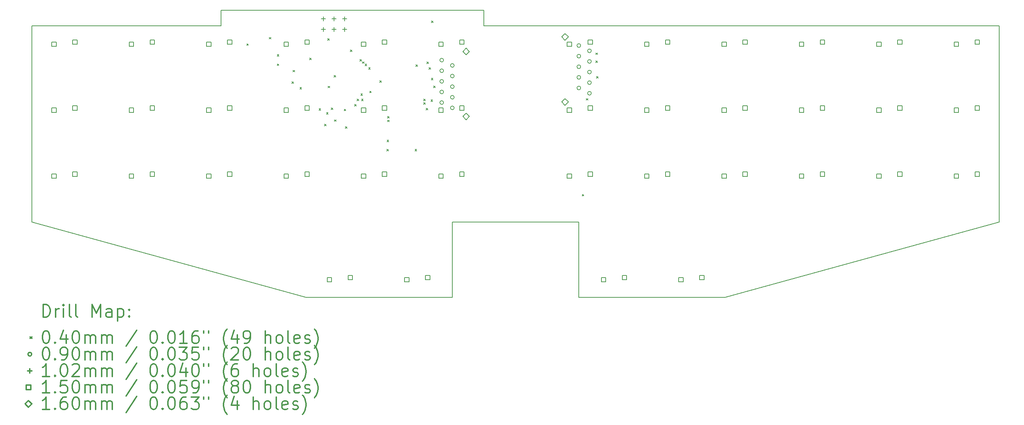
<source format=gbr>
%FSLAX45Y45*%
G04 Gerber Fmt 4.5, Leading zero omitted, Abs format (unit mm)*
G04 Created by KiCad (PCBNEW 4.0.1-stable) date Thursday, March 02, 2017 'PMt' 06:18:13 PM*
%MOMM*%
G01*
G04 APERTURE LIST*
%ADD10C,0.127000*%
%ADD11C,0.150000*%
%ADD12C,0.200000*%
%ADD13C,0.300000*%
G04 APERTURE END LIST*
D10*
D11*
X4520000Y200000D02*
X0Y200000D01*
X10800000Y570000D02*
X10800000Y200000D01*
X4520000Y570000D02*
X10800000Y570000D01*
X4520000Y200000D02*
X4520000Y570000D01*
X23120000Y-4500000D02*
X23120000Y200000D01*
X16570000Y-6300000D02*
X23120000Y-4500000D01*
X13070000Y-6300000D02*
X16570000Y-6300000D01*
X13070000Y-4500000D02*
X13070000Y-6300000D01*
X10800000Y-4500000D02*
X13070000Y-4500000D01*
X10050000Y-4500000D02*
X10800000Y-4500000D01*
X10050000Y-6300000D02*
X10050000Y-4500000D01*
X6550000Y-6300000D02*
X10050000Y-6300000D01*
X0Y-4500000D02*
X6550000Y-6300000D01*
X0Y200000D02*
X0Y-4500000D01*
X10800000Y200000D02*
X23120000Y200000D01*
D12*
X5134000Y-228000D02*
X5174000Y-268000D01*
X5174000Y-228000D02*
X5134000Y-268000D01*
X5669000Y-76000D02*
X5709000Y-116000D01*
X5709000Y-76000D02*
X5669000Y-116000D01*
X5860000Y-712001D02*
X5900000Y-752001D01*
X5900000Y-712001D02*
X5860000Y-752001D01*
X5862000Y-484000D02*
X5902000Y-524000D01*
X5902000Y-484000D02*
X5862000Y-524000D01*
X6214000Y-1141000D02*
X6254000Y-1181000D01*
X6254000Y-1141000D02*
X6214000Y-1181000D01*
X6236000Y-863000D02*
X6276000Y-903000D01*
X6276000Y-863000D02*
X6236000Y-903000D01*
X6403000Y-1272000D02*
X6443000Y-1312000D01*
X6443000Y-1272000D02*
X6403000Y-1312000D01*
X6635959Y-572127D02*
X6675959Y-612127D01*
X6675959Y-572127D02*
X6635959Y-612127D01*
X6860000Y-1785000D02*
X6900000Y-1825000D01*
X6900000Y-1785000D02*
X6860000Y-1825000D01*
X6990000Y-2152000D02*
X7030000Y-2192000D01*
X7030000Y-2152000D02*
X6990000Y-2192000D01*
X7038695Y-1875305D02*
X7078695Y-1915305D01*
X7078695Y-1875305D02*
X7038695Y-1915305D01*
X7067000Y-108000D02*
X7107000Y-148000D01*
X7107000Y-108000D02*
X7067000Y-148000D01*
X7077000Y-1244000D02*
X7117000Y-1284000D01*
X7117000Y-1244000D02*
X7077000Y-1284000D01*
X7155000Y-1763000D02*
X7195000Y-1803000D01*
X7195000Y-1763000D02*
X7155000Y-1803000D01*
X7221000Y-987000D02*
X7261000Y-1027000D01*
X7261000Y-987000D02*
X7221000Y-1027000D01*
X7229000Y-2050000D02*
X7269000Y-2090000D01*
X7269000Y-2050000D02*
X7229000Y-2090000D01*
X7461925Y-1794075D02*
X7501925Y-1834075D01*
X7501925Y-1794075D02*
X7461925Y-1834075D01*
X7490000Y-2215000D02*
X7530000Y-2255000D01*
X7530000Y-2215000D02*
X7490000Y-2255000D01*
X7607726Y-376000D02*
X7647726Y-416000D01*
X7647726Y-376000D02*
X7607726Y-416000D01*
X7710000Y-1678502D02*
X7750000Y-1718502D01*
X7750000Y-1678502D02*
X7710000Y-1718502D01*
X7770000Y-1553501D02*
X7810000Y-1593501D01*
X7810000Y-1553501D02*
X7770000Y-1593501D01*
X7837754Y-604117D02*
X7877754Y-644117D01*
X7877754Y-604117D02*
X7837754Y-644117D01*
X7860000Y-1425000D02*
X7900000Y-1465000D01*
X7900000Y-1425000D02*
X7860000Y-1465000D01*
X7875000Y-1553501D02*
X7915000Y-1593501D01*
X7915000Y-1553501D02*
X7875000Y-1593501D01*
X7895000Y-660000D02*
X7935000Y-700000D01*
X7935000Y-660000D02*
X7895000Y-700000D01*
X7960000Y-715000D02*
X8000000Y-755000D01*
X8000000Y-715000D02*
X7960000Y-755000D01*
X8046000Y-803000D02*
X8086000Y-843000D01*
X8086000Y-803000D02*
X8046000Y-843000D01*
X8070000Y-1362499D02*
X8110000Y-1402499D01*
X8110000Y-1362499D02*
X8070000Y-1402499D01*
X8310000Y-1112505D02*
X8350000Y-1152505D01*
X8350000Y-1112505D02*
X8310000Y-1152505D01*
X8480000Y-2755006D02*
X8520000Y-2795006D01*
X8520000Y-2755006D02*
X8480000Y-2795006D01*
X8485000Y-2535000D02*
X8525000Y-2575000D01*
X8525000Y-2535000D02*
X8485000Y-2575000D01*
X8500000Y-1970000D02*
X8540000Y-2010000D01*
X8540000Y-1970000D02*
X8500000Y-2010000D01*
X8500000Y-2057500D02*
X8540000Y-2097500D01*
X8540000Y-2057500D02*
X8500000Y-2097500D01*
X9155000Y-2755006D02*
X9195000Y-2795006D01*
X9195000Y-2755006D02*
X9155000Y-2795006D01*
X9175000Y-730000D02*
X9215000Y-770000D01*
X9215000Y-730000D02*
X9175000Y-770000D01*
X9360000Y-1553501D02*
X9400000Y-1593501D01*
X9400000Y-1553501D02*
X9360000Y-1593501D01*
X9365000Y-1640000D02*
X9405000Y-1680000D01*
X9405000Y-1640000D02*
X9365000Y-1680000D01*
X9421695Y-1771695D02*
X9461695Y-1811695D01*
X9461695Y-1771695D02*
X9421695Y-1811695D01*
X9440000Y-665000D02*
X9480000Y-705000D01*
X9480000Y-665000D02*
X9440000Y-705000D01*
X9488305Y-798305D02*
X9528305Y-838305D01*
X9528305Y-798305D02*
X9488305Y-838305D01*
X9535000Y-1570000D02*
X9575000Y-1610000D01*
X9575000Y-1570000D02*
X9535000Y-1610000D01*
X9545000Y-1055000D02*
X9585000Y-1095000D01*
X9585000Y-1055000D02*
X9545000Y-1095000D01*
X9546000Y320000D02*
X9586000Y280000D01*
X9586000Y320000D02*
X9546000Y280000D01*
X9600000Y-1240000D02*
X9640000Y-1280000D01*
X9640000Y-1240000D02*
X9600000Y-1280000D01*
X13150000Y-3835000D02*
X13190000Y-3875000D01*
X13190000Y-3835000D02*
X13150000Y-3875000D01*
X13250000Y-1540000D02*
X13290000Y-1580000D01*
X13290000Y-1540000D02*
X13250000Y-1580000D01*
X13475000Y-450000D02*
X13515000Y-490000D01*
X13515000Y-450000D02*
X13475000Y-490000D01*
X13478805Y-641195D02*
X13518805Y-681195D01*
X13518805Y-641195D02*
X13478805Y-681195D01*
X13495000Y-1015000D02*
X13535000Y-1055000D01*
X13535000Y-1015000D02*
X13495000Y-1055000D01*
X9838000Y-622000D02*
G75*
G03X9838000Y-622000I-45000J0D01*
G01*
X9838000Y-876000D02*
G75*
G03X9838000Y-876000I-45000J0D01*
G01*
X9838000Y-1130000D02*
G75*
G03X9838000Y-1130000I-45000J0D01*
G01*
X9838000Y-1384000D02*
G75*
G03X9838000Y-1384000I-45000J0D01*
G01*
X9838000Y-1638000D02*
G75*
G03X9838000Y-1638000I-45000J0D01*
G01*
X10092000Y-749000D02*
G75*
G03X10092000Y-749000I-45000J0D01*
G01*
X10092000Y-1003000D02*
G75*
G03X10092000Y-1003000I-45000J0D01*
G01*
X10092000Y-1257000D02*
G75*
G03X10092000Y-1257000I-45000J0D01*
G01*
X10092000Y-1511000D02*
G75*
G03X10092000Y-1511000I-45000J0D01*
G01*
X10092000Y-1765000D02*
G75*
G03X10092000Y-1765000I-45000J0D01*
G01*
X13116000Y-272000D02*
G75*
G03X13116000Y-272000I-45000J0D01*
G01*
X13116000Y-526000D02*
G75*
G03X13116000Y-526000I-45000J0D01*
G01*
X13116000Y-780000D02*
G75*
G03X13116000Y-780000I-45000J0D01*
G01*
X13116000Y-1034000D02*
G75*
G03X13116000Y-1034000I-45000J0D01*
G01*
X13116000Y-1288000D02*
G75*
G03X13116000Y-1288000I-45000J0D01*
G01*
X13370000Y-399000D02*
G75*
G03X13370000Y-399000I-45000J0D01*
G01*
X13370000Y-653000D02*
G75*
G03X13370000Y-653000I-45000J0D01*
G01*
X13370000Y-907000D02*
G75*
G03X13370000Y-907000I-45000J0D01*
G01*
X13370000Y-1161000D02*
G75*
G03X13370000Y-1161000I-45000J0D01*
G01*
X13370000Y-1415000D02*
G75*
G03X13370000Y-1415000I-45000J0D01*
G01*
X6964000Y421800D02*
X6964000Y320200D01*
X6913200Y371000D02*
X7014800Y371000D01*
X6964000Y167800D02*
X6964000Y66200D01*
X6913200Y117000D02*
X7014800Y117000D01*
X7218000Y421800D02*
X7218000Y320200D01*
X7167200Y371000D02*
X7268800Y371000D01*
X7218000Y167800D02*
X7218000Y66200D01*
X7167200Y117000D02*
X7268800Y117000D01*
X7472000Y421800D02*
X7472000Y320200D01*
X7421200Y371000D02*
X7522800Y371000D01*
X7472000Y167800D02*
X7472000Y66200D01*
X7421200Y117000D02*
X7522800Y117000D01*
X578034Y-293034D02*
X578034Y-186966D01*
X471966Y-186966D01*
X471966Y-293034D01*
X578034Y-293034D01*
X578034Y-1873033D02*
X578034Y-1766966D01*
X471966Y-1766966D01*
X471966Y-1873033D01*
X578034Y-1873033D01*
X578034Y-3453033D02*
X578034Y-3346966D01*
X471966Y-3346966D01*
X471966Y-3453033D01*
X578034Y-3453033D01*
X1078034Y-243033D02*
X1078034Y-136967D01*
X971966Y-136967D01*
X971966Y-243033D01*
X1078034Y-243033D01*
X1078034Y-1823033D02*
X1078034Y-1716966D01*
X971966Y-1716966D01*
X971966Y-1823033D01*
X1078034Y-1823033D01*
X1078034Y-3403033D02*
X1078034Y-3296966D01*
X971966Y-3296966D01*
X971966Y-3403033D01*
X1078034Y-3403033D01*
X2428034Y-293034D02*
X2428034Y-186966D01*
X2321967Y-186966D01*
X2321967Y-293034D01*
X2428034Y-293034D01*
X2428034Y-1873033D02*
X2428034Y-1766966D01*
X2321967Y-1766966D01*
X2321967Y-1873033D01*
X2428034Y-1873033D01*
X2428034Y-3453033D02*
X2428034Y-3346966D01*
X2321967Y-3346966D01*
X2321967Y-3453033D01*
X2428034Y-3453033D01*
X2928033Y-243033D02*
X2928033Y-136967D01*
X2821966Y-136967D01*
X2821966Y-243033D01*
X2928033Y-243033D01*
X2928033Y-1823033D02*
X2928033Y-1716966D01*
X2821966Y-1716966D01*
X2821966Y-1823033D01*
X2928033Y-1823033D01*
X2928033Y-3403033D02*
X2928033Y-3296966D01*
X2821966Y-3296966D01*
X2821966Y-3403033D01*
X2928033Y-3403033D01*
X4278034Y-293034D02*
X4278034Y-186966D01*
X4171966Y-186966D01*
X4171966Y-293034D01*
X4278034Y-293034D01*
X4278034Y-1873033D02*
X4278034Y-1766966D01*
X4171966Y-1766966D01*
X4171966Y-1873033D01*
X4278034Y-1873033D01*
X4278034Y-3453033D02*
X4278034Y-3346966D01*
X4171966Y-3346966D01*
X4171966Y-3453033D01*
X4278034Y-3453033D01*
X4778034Y-243033D02*
X4778034Y-136967D01*
X4671967Y-136967D01*
X4671967Y-243033D01*
X4778034Y-243033D01*
X4778034Y-1823033D02*
X4778034Y-1716966D01*
X4671967Y-1716966D01*
X4671967Y-1823033D01*
X4778034Y-1823033D01*
X4778034Y-3403033D02*
X4778034Y-3296966D01*
X4671967Y-3296966D01*
X4671967Y-3403033D01*
X4778034Y-3403033D01*
X6128033Y-293034D02*
X6128033Y-186966D01*
X6021966Y-186966D01*
X6021966Y-293034D01*
X6128033Y-293034D01*
X6128033Y-1873033D02*
X6128033Y-1766966D01*
X6021966Y-1766966D01*
X6021966Y-1873033D01*
X6128033Y-1873033D01*
X6128033Y-3453033D02*
X6128033Y-3346966D01*
X6021966Y-3346966D01*
X6021966Y-3453033D01*
X6128033Y-3453033D01*
X6628033Y-243033D02*
X6628033Y-136967D01*
X6521966Y-136967D01*
X6521966Y-243033D01*
X6628033Y-243033D01*
X6628033Y-1823033D02*
X6628033Y-1716966D01*
X6521966Y-1716966D01*
X6521966Y-1823033D01*
X6628033Y-1823033D01*
X6628033Y-3403033D02*
X6628033Y-3296966D01*
X6521966Y-3296966D01*
X6521966Y-3403033D01*
X6628033Y-3403033D01*
X7161366Y-5933033D02*
X7161366Y-5826966D01*
X7055299Y-5826966D01*
X7055299Y-5933033D01*
X7161366Y-5933033D01*
X7661366Y-5883033D02*
X7661366Y-5776966D01*
X7555299Y-5776966D01*
X7555299Y-5883033D01*
X7661366Y-5883033D01*
X7978033Y-293034D02*
X7978033Y-186966D01*
X7871966Y-186966D01*
X7871966Y-293034D01*
X7978033Y-293034D01*
X7978033Y-1873033D02*
X7978033Y-1766966D01*
X7871966Y-1766966D01*
X7871966Y-1873033D01*
X7978033Y-1873033D01*
X7978033Y-3453033D02*
X7978033Y-3346966D01*
X7871966Y-3346966D01*
X7871966Y-3453033D01*
X7978033Y-3453033D01*
X8478034Y-243033D02*
X8478034Y-136967D01*
X8371966Y-136967D01*
X8371966Y-243033D01*
X8478034Y-243033D01*
X8478034Y-1823033D02*
X8478034Y-1716966D01*
X8371966Y-1716966D01*
X8371966Y-1823033D01*
X8478034Y-1823033D01*
X8478034Y-3403033D02*
X8478034Y-3296966D01*
X8371966Y-3296966D01*
X8371966Y-3403033D01*
X8478034Y-3403033D01*
X9011367Y-5933033D02*
X9011367Y-5826966D01*
X8905300Y-5826966D01*
X8905300Y-5933033D01*
X9011367Y-5933033D01*
X9511367Y-5883033D02*
X9511367Y-5776966D01*
X9405300Y-5776966D01*
X9405300Y-5883033D01*
X9511367Y-5883033D01*
X9828034Y-293034D02*
X9828034Y-186966D01*
X9721967Y-186966D01*
X9721967Y-293034D01*
X9828034Y-293034D01*
X9828034Y-1873033D02*
X9828034Y-1766966D01*
X9721967Y-1766966D01*
X9721967Y-1873033D01*
X9828034Y-1873033D01*
X9828034Y-3453033D02*
X9828034Y-3346966D01*
X9721967Y-3346966D01*
X9721967Y-3453033D01*
X9828034Y-3453033D01*
X10328034Y-243033D02*
X10328034Y-136967D01*
X10221967Y-136967D01*
X10221967Y-243033D01*
X10328034Y-243033D01*
X10328034Y-1823033D02*
X10328034Y-1716966D01*
X10221967Y-1716966D01*
X10221967Y-1823033D01*
X10328034Y-1823033D01*
X10328034Y-3403033D02*
X10328034Y-3296966D01*
X10221967Y-3296966D01*
X10221967Y-3403033D01*
X10328034Y-3403033D01*
X12898033Y-293034D02*
X12898033Y-186966D01*
X12791966Y-186966D01*
X12791966Y-293034D01*
X12898033Y-293034D01*
X12898033Y-1873033D02*
X12898033Y-1766966D01*
X12791966Y-1766966D01*
X12791966Y-1873033D01*
X12898033Y-1873033D01*
X12898033Y-3453033D02*
X12898033Y-3346966D01*
X12791966Y-3346966D01*
X12791966Y-3453033D01*
X12898033Y-3453033D01*
X13398033Y-243033D02*
X13398033Y-136967D01*
X13291966Y-136967D01*
X13291966Y-243033D01*
X13398033Y-243033D01*
X13398033Y-1823033D02*
X13398033Y-1716966D01*
X13291966Y-1716966D01*
X13291966Y-1823033D01*
X13398033Y-1823033D01*
X13398033Y-3403033D02*
X13398033Y-3296966D01*
X13291966Y-3296966D01*
X13291966Y-3403033D01*
X13398033Y-3403033D01*
X13714700Y-5933033D02*
X13714700Y-5826966D01*
X13608633Y-5826966D01*
X13608633Y-5933033D01*
X13714700Y-5933033D01*
X14214700Y-5883033D02*
X14214700Y-5776966D01*
X14108633Y-5776966D01*
X14108633Y-5883033D01*
X14214700Y-5883033D01*
X14748033Y-293034D02*
X14748033Y-186966D01*
X14641966Y-186966D01*
X14641966Y-293034D01*
X14748033Y-293034D01*
X14748033Y-1873033D02*
X14748033Y-1766966D01*
X14641966Y-1766966D01*
X14641966Y-1873033D01*
X14748033Y-1873033D01*
X14748033Y-3453033D02*
X14748033Y-3346966D01*
X14641966Y-3346966D01*
X14641966Y-3453033D01*
X14748033Y-3453033D01*
X15248033Y-243033D02*
X15248033Y-136967D01*
X15141966Y-136967D01*
X15141966Y-243033D01*
X15248033Y-243033D01*
X15248033Y-1823033D02*
X15248033Y-1716966D01*
X15141966Y-1716966D01*
X15141966Y-1823033D01*
X15248033Y-1823033D01*
X15248033Y-3403033D02*
X15248033Y-3296966D01*
X15141966Y-3296966D01*
X15141966Y-3403033D01*
X15248033Y-3403033D01*
X15564700Y-5933033D02*
X15564700Y-5826966D01*
X15458633Y-5826966D01*
X15458633Y-5933033D01*
X15564700Y-5933033D01*
X16064700Y-5883033D02*
X16064700Y-5776966D01*
X15958633Y-5776966D01*
X15958633Y-5883033D01*
X16064700Y-5883033D01*
X16598033Y-293034D02*
X16598033Y-186966D01*
X16491966Y-186966D01*
X16491966Y-293034D01*
X16598033Y-293034D01*
X16598033Y-1873033D02*
X16598033Y-1766966D01*
X16491966Y-1766966D01*
X16491966Y-1873033D01*
X16598033Y-1873033D01*
X16598033Y-3453033D02*
X16598033Y-3346966D01*
X16491966Y-3346966D01*
X16491966Y-3453033D01*
X16598033Y-3453033D01*
X17098034Y-243033D02*
X17098034Y-136967D01*
X16991967Y-136967D01*
X16991967Y-243033D01*
X17098034Y-243033D01*
X17098034Y-1823033D02*
X17098034Y-1716966D01*
X16991967Y-1716966D01*
X16991967Y-1823033D01*
X17098034Y-1823033D01*
X17098034Y-3403033D02*
X17098034Y-3296966D01*
X16991967Y-3296966D01*
X16991967Y-3403033D01*
X17098034Y-3403033D01*
X18448034Y-293034D02*
X18448034Y-186966D01*
X18341967Y-186966D01*
X18341967Y-293034D01*
X18448034Y-293034D01*
X18448034Y-1873033D02*
X18448034Y-1766966D01*
X18341967Y-1766966D01*
X18341967Y-1873033D01*
X18448034Y-1873033D01*
X18448034Y-3453033D02*
X18448034Y-3346966D01*
X18341967Y-3346966D01*
X18341967Y-3453033D01*
X18448034Y-3453033D01*
X18948034Y-243033D02*
X18948034Y-136967D01*
X18841967Y-136967D01*
X18841967Y-243033D01*
X18948034Y-243033D01*
X18948034Y-1823033D02*
X18948034Y-1716966D01*
X18841967Y-1716966D01*
X18841967Y-1823033D01*
X18948034Y-1823033D01*
X18948034Y-3403033D02*
X18948034Y-3296966D01*
X18841967Y-3296966D01*
X18841967Y-3403033D01*
X18948034Y-3403033D01*
X20298034Y-293034D02*
X20298034Y-186966D01*
X20191967Y-186966D01*
X20191967Y-293034D01*
X20298034Y-293034D01*
X20298034Y-1873033D02*
X20298034Y-1766966D01*
X20191967Y-1766966D01*
X20191967Y-1873033D01*
X20298034Y-1873033D01*
X20298034Y-3453033D02*
X20298034Y-3346966D01*
X20191967Y-3346966D01*
X20191967Y-3453033D01*
X20298034Y-3453033D01*
X20798034Y-243033D02*
X20798034Y-136967D01*
X20691967Y-136967D01*
X20691967Y-243033D01*
X20798034Y-243033D01*
X20798034Y-1823033D02*
X20798034Y-1716966D01*
X20691967Y-1716966D01*
X20691967Y-1823033D01*
X20798034Y-1823033D01*
X20798034Y-3403033D02*
X20798034Y-3296966D01*
X20691967Y-3296966D01*
X20691967Y-3403033D01*
X20798034Y-3403033D01*
X22148034Y-293034D02*
X22148034Y-186966D01*
X22041967Y-186966D01*
X22041967Y-293034D01*
X22148034Y-293034D01*
X22148034Y-1873033D02*
X22148034Y-1766966D01*
X22041967Y-1766966D01*
X22041967Y-1873033D01*
X22148034Y-1873033D01*
X22148034Y-3453033D02*
X22148034Y-3346966D01*
X22041967Y-3346966D01*
X22041967Y-3453033D01*
X22148034Y-3453033D01*
X22648033Y-243033D02*
X22648033Y-136967D01*
X22541966Y-136967D01*
X22541966Y-243033D01*
X22648033Y-243033D01*
X22648033Y-1823033D02*
X22648033Y-1716966D01*
X22541966Y-1716966D01*
X22541966Y-1823033D01*
X22648033Y-1823033D01*
X22648033Y-3403033D02*
X22648033Y-3296966D01*
X22541966Y-3296966D01*
X22541966Y-3403033D01*
X22648033Y-3403033D01*
X10377000Y-496000D02*
X10457000Y-416000D01*
X10377000Y-336000D01*
X10297000Y-416000D01*
X10377000Y-496000D01*
X10377000Y-2051000D02*
X10457000Y-1971000D01*
X10377000Y-1891000D01*
X10297000Y-1971000D01*
X10377000Y-2051000D01*
X12741000Y-146000D02*
X12821000Y-66000D01*
X12741000Y14000D01*
X12661000Y-66000D01*
X12741000Y-146000D01*
X12741000Y-1701000D02*
X12821000Y-1621000D01*
X12741000Y-1541000D01*
X12661000Y-1621000D01*
X12741000Y-1701000D01*
D13*
X263929Y-6773214D02*
X263929Y-6473214D01*
X335357Y-6473214D01*
X378214Y-6487500D01*
X406786Y-6516071D01*
X421071Y-6544643D01*
X435357Y-6601786D01*
X435357Y-6644643D01*
X421071Y-6701786D01*
X406786Y-6730357D01*
X378214Y-6758929D01*
X335357Y-6773214D01*
X263929Y-6773214D01*
X563929Y-6773214D02*
X563929Y-6573214D01*
X563929Y-6630357D02*
X578214Y-6601786D01*
X592500Y-6587500D01*
X621071Y-6573214D01*
X649643Y-6573214D01*
X749643Y-6773214D02*
X749643Y-6573214D01*
X749643Y-6473214D02*
X735357Y-6487500D01*
X749643Y-6501786D01*
X763928Y-6487500D01*
X749643Y-6473214D01*
X749643Y-6501786D01*
X935357Y-6773214D02*
X906786Y-6758929D01*
X892500Y-6730357D01*
X892500Y-6473214D01*
X1092500Y-6773214D02*
X1063929Y-6758929D01*
X1049643Y-6730357D01*
X1049643Y-6473214D01*
X1435357Y-6773214D02*
X1435357Y-6473214D01*
X1535357Y-6687500D01*
X1635357Y-6473214D01*
X1635357Y-6773214D01*
X1906786Y-6773214D02*
X1906786Y-6616071D01*
X1892500Y-6587500D01*
X1863928Y-6573214D01*
X1806786Y-6573214D01*
X1778214Y-6587500D01*
X1906786Y-6758929D02*
X1878214Y-6773214D01*
X1806786Y-6773214D01*
X1778214Y-6758929D01*
X1763928Y-6730357D01*
X1763928Y-6701786D01*
X1778214Y-6673214D01*
X1806786Y-6658929D01*
X1878214Y-6658929D01*
X1906786Y-6644643D01*
X2049643Y-6573214D02*
X2049643Y-6873214D01*
X2049643Y-6587500D02*
X2078214Y-6573214D01*
X2135357Y-6573214D01*
X2163929Y-6587500D01*
X2178214Y-6601786D01*
X2192500Y-6630357D01*
X2192500Y-6716071D01*
X2178214Y-6744643D01*
X2163929Y-6758929D01*
X2135357Y-6773214D01*
X2078214Y-6773214D01*
X2049643Y-6758929D01*
X2321071Y-6744643D02*
X2335357Y-6758929D01*
X2321071Y-6773214D01*
X2306786Y-6758929D01*
X2321071Y-6744643D01*
X2321071Y-6773214D01*
X2321071Y-6587500D02*
X2335357Y-6601786D01*
X2321071Y-6616071D01*
X2306786Y-6601786D01*
X2321071Y-6587500D01*
X2321071Y-6616071D01*
X-47500Y-7247500D02*
X-7500Y-7287500D01*
X-7500Y-7247500D02*
X-47500Y-7287500D01*
X321071Y-7103214D02*
X349643Y-7103214D01*
X378214Y-7117500D01*
X392500Y-7131786D01*
X406786Y-7160357D01*
X421071Y-7217500D01*
X421071Y-7288929D01*
X406786Y-7346071D01*
X392500Y-7374643D01*
X378214Y-7388929D01*
X349643Y-7403214D01*
X321071Y-7403214D01*
X292500Y-7388929D01*
X278214Y-7374643D01*
X263929Y-7346071D01*
X249643Y-7288929D01*
X249643Y-7217500D01*
X263929Y-7160357D01*
X278214Y-7131786D01*
X292500Y-7117500D01*
X321071Y-7103214D01*
X549643Y-7374643D02*
X563929Y-7388929D01*
X549643Y-7403214D01*
X535357Y-7388929D01*
X549643Y-7374643D01*
X549643Y-7403214D01*
X821071Y-7203214D02*
X821071Y-7403214D01*
X749643Y-7088929D02*
X678214Y-7303214D01*
X863928Y-7303214D01*
X1035357Y-7103214D02*
X1063929Y-7103214D01*
X1092500Y-7117500D01*
X1106786Y-7131786D01*
X1121071Y-7160357D01*
X1135357Y-7217500D01*
X1135357Y-7288929D01*
X1121071Y-7346071D01*
X1106786Y-7374643D01*
X1092500Y-7388929D01*
X1063929Y-7403214D01*
X1035357Y-7403214D01*
X1006786Y-7388929D01*
X992500Y-7374643D01*
X978214Y-7346071D01*
X963928Y-7288929D01*
X963928Y-7217500D01*
X978214Y-7160357D01*
X992500Y-7131786D01*
X1006786Y-7117500D01*
X1035357Y-7103214D01*
X1263929Y-7403214D02*
X1263929Y-7203214D01*
X1263929Y-7231786D02*
X1278214Y-7217500D01*
X1306786Y-7203214D01*
X1349643Y-7203214D01*
X1378214Y-7217500D01*
X1392500Y-7246071D01*
X1392500Y-7403214D01*
X1392500Y-7246071D02*
X1406786Y-7217500D01*
X1435357Y-7203214D01*
X1478214Y-7203214D01*
X1506786Y-7217500D01*
X1521071Y-7246071D01*
X1521071Y-7403214D01*
X1663928Y-7403214D02*
X1663928Y-7203214D01*
X1663928Y-7231786D02*
X1678214Y-7217500D01*
X1706786Y-7203214D01*
X1749643Y-7203214D01*
X1778214Y-7217500D01*
X1792500Y-7246071D01*
X1792500Y-7403214D01*
X1792500Y-7246071D02*
X1806786Y-7217500D01*
X1835357Y-7203214D01*
X1878214Y-7203214D01*
X1906786Y-7217500D01*
X1921071Y-7246071D01*
X1921071Y-7403214D01*
X2506786Y-7088929D02*
X2249643Y-7474643D01*
X2892500Y-7103214D02*
X2921071Y-7103214D01*
X2949643Y-7117500D01*
X2963928Y-7131786D01*
X2978214Y-7160357D01*
X2992500Y-7217500D01*
X2992500Y-7288929D01*
X2978214Y-7346071D01*
X2963928Y-7374643D01*
X2949643Y-7388929D01*
X2921071Y-7403214D01*
X2892500Y-7403214D01*
X2863928Y-7388929D01*
X2849643Y-7374643D01*
X2835357Y-7346071D01*
X2821071Y-7288929D01*
X2821071Y-7217500D01*
X2835357Y-7160357D01*
X2849643Y-7131786D01*
X2863928Y-7117500D01*
X2892500Y-7103214D01*
X3121071Y-7374643D02*
X3135357Y-7388929D01*
X3121071Y-7403214D01*
X3106786Y-7388929D01*
X3121071Y-7374643D01*
X3121071Y-7403214D01*
X3321071Y-7103214D02*
X3349643Y-7103214D01*
X3378214Y-7117500D01*
X3392500Y-7131786D01*
X3406785Y-7160357D01*
X3421071Y-7217500D01*
X3421071Y-7288929D01*
X3406785Y-7346071D01*
X3392500Y-7374643D01*
X3378214Y-7388929D01*
X3349643Y-7403214D01*
X3321071Y-7403214D01*
X3292500Y-7388929D01*
X3278214Y-7374643D01*
X3263928Y-7346071D01*
X3249643Y-7288929D01*
X3249643Y-7217500D01*
X3263928Y-7160357D01*
X3278214Y-7131786D01*
X3292500Y-7117500D01*
X3321071Y-7103214D01*
X3706785Y-7403214D02*
X3535357Y-7403214D01*
X3621071Y-7403214D02*
X3621071Y-7103214D01*
X3592500Y-7146071D01*
X3563928Y-7174643D01*
X3535357Y-7188929D01*
X3963928Y-7103214D02*
X3906785Y-7103214D01*
X3878214Y-7117500D01*
X3863928Y-7131786D01*
X3835357Y-7174643D01*
X3821071Y-7231786D01*
X3821071Y-7346071D01*
X3835357Y-7374643D01*
X3849643Y-7388929D01*
X3878214Y-7403214D01*
X3935357Y-7403214D01*
X3963928Y-7388929D01*
X3978214Y-7374643D01*
X3992500Y-7346071D01*
X3992500Y-7274643D01*
X3978214Y-7246071D01*
X3963928Y-7231786D01*
X3935357Y-7217500D01*
X3878214Y-7217500D01*
X3849643Y-7231786D01*
X3835357Y-7246071D01*
X3821071Y-7274643D01*
X4106786Y-7103214D02*
X4106786Y-7160357D01*
X4221071Y-7103214D02*
X4221071Y-7160357D01*
X4663928Y-7517500D02*
X4649643Y-7503214D01*
X4621071Y-7460357D01*
X4606786Y-7431786D01*
X4592500Y-7388929D01*
X4578214Y-7317500D01*
X4578214Y-7260357D01*
X4592500Y-7188929D01*
X4606786Y-7146071D01*
X4621071Y-7117500D01*
X4649643Y-7074643D01*
X4663928Y-7060357D01*
X4906786Y-7203214D02*
X4906786Y-7403214D01*
X4835357Y-7088929D02*
X4763928Y-7303214D01*
X4949643Y-7303214D01*
X5078214Y-7403214D02*
X5135357Y-7403214D01*
X5163928Y-7388929D01*
X5178214Y-7374643D01*
X5206786Y-7331786D01*
X5221071Y-7274643D01*
X5221071Y-7160357D01*
X5206786Y-7131786D01*
X5192500Y-7117500D01*
X5163928Y-7103214D01*
X5106786Y-7103214D01*
X5078214Y-7117500D01*
X5063928Y-7131786D01*
X5049643Y-7160357D01*
X5049643Y-7231786D01*
X5063928Y-7260357D01*
X5078214Y-7274643D01*
X5106786Y-7288929D01*
X5163928Y-7288929D01*
X5192500Y-7274643D01*
X5206786Y-7260357D01*
X5221071Y-7231786D01*
X5578214Y-7403214D02*
X5578214Y-7103214D01*
X5706785Y-7403214D02*
X5706785Y-7246071D01*
X5692500Y-7217500D01*
X5663928Y-7203214D01*
X5621071Y-7203214D01*
X5592500Y-7217500D01*
X5578214Y-7231786D01*
X5892500Y-7403214D02*
X5863928Y-7388929D01*
X5849643Y-7374643D01*
X5835357Y-7346071D01*
X5835357Y-7260357D01*
X5849643Y-7231786D01*
X5863928Y-7217500D01*
X5892500Y-7203214D01*
X5935357Y-7203214D01*
X5963928Y-7217500D01*
X5978214Y-7231786D01*
X5992500Y-7260357D01*
X5992500Y-7346071D01*
X5978214Y-7374643D01*
X5963928Y-7388929D01*
X5935357Y-7403214D01*
X5892500Y-7403214D01*
X6163928Y-7403214D02*
X6135357Y-7388929D01*
X6121071Y-7360357D01*
X6121071Y-7103214D01*
X6392500Y-7388929D02*
X6363928Y-7403214D01*
X6306786Y-7403214D01*
X6278214Y-7388929D01*
X6263928Y-7360357D01*
X6263928Y-7246071D01*
X6278214Y-7217500D01*
X6306786Y-7203214D01*
X6363928Y-7203214D01*
X6392500Y-7217500D01*
X6406786Y-7246071D01*
X6406786Y-7274643D01*
X6263928Y-7303214D01*
X6521071Y-7388929D02*
X6549643Y-7403214D01*
X6606786Y-7403214D01*
X6635357Y-7388929D01*
X6649643Y-7360357D01*
X6649643Y-7346071D01*
X6635357Y-7317500D01*
X6606786Y-7303214D01*
X6563928Y-7303214D01*
X6535357Y-7288929D01*
X6521071Y-7260357D01*
X6521071Y-7246071D01*
X6535357Y-7217500D01*
X6563928Y-7203214D01*
X6606786Y-7203214D01*
X6635357Y-7217500D01*
X6749643Y-7517500D02*
X6763928Y-7503214D01*
X6792500Y-7460357D01*
X6806786Y-7431786D01*
X6821071Y-7388929D01*
X6835357Y-7317500D01*
X6835357Y-7260357D01*
X6821071Y-7188929D01*
X6806786Y-7146071D01*
X6792500Y-7117500D01*
X6763928Y-7074643D01*
X6749643Y-7060357D01*
X-7500Y-7663500D02*
G75*
G03X-7500Y-7663500I-45000J0D01*
G01*
X321071Y-7499214D02*
X349643Y-7499214D01*
X378214Y-7513500D01*
X392500Y-7527786D01*
X406786Y-7556357D01*
X421071Y-7613500D01*
X421071Y-7684929D01*
X406786Y-7742071D01*
X392500Y-7770643D01*
X378214Y-7784929D01*
X349643Y-7799214D01*
X321071Y-7799214D01*
X292500Y-7784929D01*
X278214Y-7770643D01*
X263929Y-7742071D01*
X249643Y-7684929D01*
X249643Y-7613500D01*
X263929Y-7556357D01*
X278214Y-7527786D01*
X292500Y-7513500D01*
X321071Y-7499214D01*
X549643Y-7770643D02*
X563929Y-7784929D01*
X549643Y-7799214D01*
X535357Y-7784929D01*
X549643Y-7770643D01*
X549643Y-7799214D01*
X706786Y-7799214D02*
X763928Y-7799214D01*
X792500Y-7784929D01*
X806786Y-7770643D01*
X835357Y-7727786D01*
X849643Y-7670643D01*
X849643Y-7556357D01*
X835357Y-7527786D01*
X821071Y-7513500D01*
X792500Y-7499214D01*
X735357Y-7499214D01*
X706786Y-7513500D01*
X692500Y-7527786D01*
X678214Y-7556357D01*
X678214Y-7627786D01*
X692500Y-7656357D01*
X706786Y-7670643D01*
X735357Y-7684929D01*
X792500Y-7684929D01*
X821071Y-7670643D01*
X835357Y-7656357D01*
X849643Y-7627786D01*
X1035357Y-7499214D02*
X1063929Y-7499214D01*
X1092500Y-7513500D01*
X1106786Y-7527786D01*
X1121071Y-7556357D01*
X1135357Y-7613500D01*
X1135357Y-7684929D01*
X1121071Y-7742071D01*
X1106786Y-7770643D01*
X1092500Y-7784929D01*
X1063929Y-7799214D01*
X1035357Y-7799214D01*
X1006786Y-7784929D01*
X992500Y-7770643D01*
X978214Y-7742071D01*
X963928Y-7684929D01*
X963928Y-7613500D01*
X978214Y-7556357D01*
X992500Y-7527786D01*
X1006786Y-7513500D01*
X1035357Y-7499214D01*
X1263929Y-7799214D02*
X1263929Y-7599214D01*
X1263929Y-7627786D02*
X1278214Y-7613500D01*
X1306786Y-7599214D01*
X1349643Y-7599214D01*
X1378214Y-7613500D01*
X1392500Y-7642071D01*
X1392500Y-7799214D01*
X1392500Y-7642071D02*
X1406786Y-7613500D01*
X1435357Y-7599214D01*
X1478214Y-7599214D01*
X1506786Y-7613500D01*
X1521071Y-7642071D01*
X1521071Y-7799214D01*
X1663928Y-7799214D02*
X1663928Y-7599214D01*
X1663928Y-7627786D02*
X1678214Y-7613500D01*
X1706786Y-7599214D01*
X1749643Y-7599214D01*
X1778214Y-7613500D01*
X1792500Y-7642071D01*
X1792500Y-7799214D01*
X1792500Y-7642071D02*
X1806786Y-7613500D01*
X1835357Y-7599214D01*
X1878214Y-7599214D01*
X1906786Y-7613500D01*
X1921071Y-7642071D01*
X1921071Y-7799214D01*
X2506786Y-7484929D02*
X2249643Y-7870643D01*
X2892500Y-7499214D02*
X2921071Y-7499214D01*
X2949643Y-7513500D01*
X2963928Y-7527786D01*
X2978214Y-7556357D01*
X2992500Y-7613500D01*
X2992500Y-7684929D01*
X2978214Y-7742071D01*
X2963928Y-7770643D01*
X2949643Y-7784929D01*
X2921071Y-7799214D01*
X2892500Y-7799214D01*
X2863928Y-7784929D01*
X2849643Y-7770643D01*
X2835357Y-7742071D01*
X2821071Y-7684929D01*
X2821071Y-7613500D01*
X2835357Y-7556357D01*
X2849643Y-7527786D01*
X2863928Y-7513500D01*
X2892500Y-7499214D01*
X3121071Y-7770643D02*
X3135357Y-7784929D01*
X3121071Y-7799214D01*
X3106786Y-7784929D01*
X3121071Y-7770643D01*
X3121071Y-7799214D01*
X3321071Y-7499214D02*
X3349643Y-7499214D01*
X3378214Y-7513500D01*
X3392500Y-7527786D01*
X3406785Y-7556357D01*
X3421071Y-7613500D01*
X3421071Y-7684929D01*
X3406785Y-7742071D01*
X3392500Y-7770643D01*
X3378214Y-7784929D01*
X3349643Y-7799214D01*
X3321071Y-7799214D01*
X3292500Y-7784929D01*
X3278214Y-7770643D01*
X3263928Y-7742071D01*
X3249643Y-7684929D01*
X3249643Y-7613500D01*
X3263928Y-7556357D01*
X3278214Y-7527786D01*
X3292500Y-7513500D01*
X3321071Y-7499214D01*
X3521071Y-7499214D02*
X3706785Y-7499214D01*
X3606785Y-7613500D01*
X3649643Y-7613500D01*
X3678214Y-7627786D01*
X3692500Y-7642071D01*
X3706785Y-7670643D01*
X3706785Y-7742071D01*
X3692500Y-7770643D01*
X3678214Y-7784929D01*
X3649643Y-7799214D01*
X3563928Y-7799214D01*
X3535357Y-7784929D01*
X3521071Y-7770643D01*
X3978214Y-7499214D02*
X3835357Y-7499214D01*
X3821071Y-7642071D01*
X3835357Y-7627786D01*
X3863928Y-7613500D01*
X3935357Y-7613500D01*
X3963928Y-7627786D01*
X3978214Y-7642071D01*
X3992500Y-7670643D01*
X3992500Y-7742071D01*
X3978214Y-7770643D01*
X3963928Y-7784929D01*
X3935357Y-7799214D01*
X3863928Y-7799214D01*
X3835357Y-7784929D01*
X3821071Y-7770643D01*
X4106786Y-7499214D02*
X4106786Y-7556357D01*
X4221071Y-7499214D02*
X4221071Y-7556357D01*
X4663928Y-7913500D02*
X4649643Y-7899214D01*
X4621071Y-7856357D01*
X4606786Y-7827786D01*
X4592500Y-7784929D01*
X4578214Y-7713500D01*
X4578214Y-7656357D01*
X4592500Y-7584929D01*
X4606786Y-7542071D01*
X4621071Y-7513500D01*
X4649643Y-7470643D01*
X4663928Y-7456357D01*
X4763928Y-7527786D02*
X4778214Y-7513500D01*
X4806786Y-7499214D01*
X4878214Y-7499214D01*
X4906786Y-7513500D01*
X4921071Y-7527786D01*
X4935357Y-7556357D01*
X4935357Y-7584929D01*
X4921071Y-7627786D01*
X4749643Y-7799214D01*
X4935357Y-7799214D01*
X5121071Y-7499214D02*
X5149643Y-7499214D01*
X5178214Y-7513500D01*
X5192500Y-7527786D01*
X5206786Y-7556357D01*
X5221071Y-7613500D01*
X5221071Y-7684929D01*
X5206786Y-7742071D01*
X5192500Y-7770643D01*
X5178214Y-7784929D01*
X5149643Y-7799214D01*
X5121071Y-7799214D01*
X5092500Y-7784929D01*
X5078214Y-7770643D01*
X5063928Y-7742071D01*
X5049643Y-7684929D01*
X5049643Y-7613500D01*
X5063928Y-7556357D01*
X5078214Y-7527786D01*
X5092500Y-7513500D01*
X5121071Y-7499214D01*
X5578214Y-7799214D02*
X5578214Y-7499214D01*
X5706785Y-7799214D02*
X5706785Y-7642071D01*
X5692500Y-7613500D01*
X5663928Y-7599214D01*
X5621071Y-7599214D01*
X5592500Y-7613500D01*
X5578214Y-7627786D01*
X5892500Y-7799214D02*
X5863928Y-7784929D01*
X5849643Y-7770643D01*
X5835357Y-7742071D01*
X5835357Y-7656357D01*
X5849643Y-7627786D01*
X5863928Y-7613500D01*
X5892500Y-7599214D01*
X5935357Y-7599214D01*
X5963928Y-7613500D01*
X5978214Y-7627786D01*
X5992500Y-7656357D01*
X5992500Y-7742071D01*
X5978214Y-7770643D01*
X5963928Y-7784929D01*
X5935357Y-7799214D01*
X5892500Y-7799214D01*
X6163928Y-7799214D02*
X6135357Y-7784929D01*
X6121071Y-7756357D01*
X6121071Y-7499214D01*
X6392500Y-7784929D02*
X6363928Y-7799214D01*
X6306786Y-7799214D01*
X6278214Y-7784929D01*
X6263928Y-7756357D01*
X6263928Y-7642071D01*
X6278214Y-7613500D01*
X6306786Y-7599214D01*
X6363928Y-7599214D01*
X6392500Y-7613500D01*
X6406786Y-7642071D01*
X6406786Y-7670643D01*
X6263928Y-7699214D01*
X6521071Y-7784929D02*
X6549643Y-7799214D01*
X6606786Y-7799214D01*
X6635357Y-7784929D01*
X6649643Y-7756357D01*
X6649643Y-7742071D01*
X6635357Y-7713500D01*
X6606786Y-7699214D01*
X6563928Y-7699214D01*
X6535357Y-7684929D01*
X6521071Y-7656357D01*
X6521071Y-7642071D01*
X6535357Y-7613500D01*
X6563928Y-7599214D01*
X6606786Y-7599214D01*
X6635357Y-7613500D01*
X6749643Y-7913500D02*
X6763928Y-7899214D01*
X6792500Y-7856357D01*
X6806786Y-7827786D01*
X6821071Y-7784929D01*
X6835357Y-7713500D01*
X6835357Y-7656357D01*
X6821071Y-7584929D01*
X6806786Y-7542071D01*
X6792500Y-7513500D01*
X6763928Y-7470643D01*
X6749643Y-7456357D01*
X-58300Y-8008700D02*
X-58300Y-8110300D01*
X-109100Y-8059500D02*
X-7500Y-8059500D01*
X421071Y-8195214D02*
X249643Y-8195214D01*
X335357Y-8195214D02*
X335357Y-7895214D01*
X306786Y-7938071D01*
X278214Y-7966643D01*
X249643Y-7980929D01*
X549643Y-8166643D02*
X563929Y-8180929D01*
X549643Y-8195214D01*
X535357Y-8180929D01*
X549643Y-8166643D01*
X549643Y-8195214D01*
X749643Y-7895214D02*
X778214Y-7895214D01*
X806786Y-7909500D01*
X821071Y-7923786D01*
X835357Y-7952357D01*
X849643Y-8009500D01*
X849643Y-8080929D01*
X835357Y-8138071D01*
X821071Y-8166643D01*
X806786Y-8180929D01*
X778214Y-8195214D01*
X749643Y-8195214D01*
X721071Y-8180929D01*
X706786Y-8166643D01*
X692500Y-8138071D01*
X678214Y-8080929D01*
X678214Y-8009500D01*
X692500Y-7952357D01*
X706786Y-7923786D01*
X721071Y-7909500D01*
X749643Y-7895214D01*
X963928Y-7923786D02*
X978214Y-7909500D01*
X1006786Y-7895214D01*
X1078214Y-7895214D01*
X1106786Y-7909500D01*
X1121071Y-7923786D01*
X1135357Y-7952357D01*
X1135357Y-7980929D01*
X1121071Y-8023786D01*
X949643Y-8195214D01*
X1135357Y-8195214D01*
X1263929Y-8195214D02*
X1263929Y-7995214D01*
X1263929Y-8023786D02*
X1278214Y-8009500D01*
X1306786Y-7995214D01*
X1349643Y-7995214D01*
X1378214Y-8009500D01*
X1392500Y-8038071D01*
X1392500Y-8195214D01*
X1392500Y-8038071D02*
X1406786Y-8009500D01*
X1435357Y-7995214D01*
X1478214Y-7995214D01*
X1506786Y-8009500D01*
X1521071Y-8038071D01*
X1521071Y-8195214D01*
X1663928Y-8195214D02*
X1663928Y-7995214D01*
X1663928Y-8023786D02*
X1678214Y-8009500D01*
X1706786Y-7995214D01*
X1749643Y-7995214D01*
X1778214Y-8009500D01*
X1792500Y-8038071D01*
X1792500Y-8195214D01*
X1792500Y-8038071D02*
X1806786Y-8009500D01*
X1835357Y-7995214D01*
X1878214Y-7995214D01*
X1906786Y-8009500D01*
X1921071Y-8038071D01*
X1921071Y-8195214D01*
X2506786Y-7880929D02*
X2249643Y-8266643D01*
X2892500Y-7895214D02*
X2921071Y-7895214D01*
X2949643Y-7909500D01*
X2963928Y-7923786D01*
X2978214Y-7952357D01*
X2992500Y-8009500D01*
X2992500Y-8080929D01*
X2978214Y-8138071D01*
X2963928Y-8166643D01*
X2949643Y-8180929D01*
X2921071Y-8195214D01*
X2892500Y-8195214D01*
X2863928Y-8180929D01*
X2849643Y-8166643D01*
X2835357Y-8138071D01*
X2821071Y-8080929D01*
X2821071Y-8009500D01*
X2835357Y-7952357D01*
X2849643Y-7923786D01*
X2863928Y-7909500D01*
X2892500Y-7895214D01*
X3121071Y-8166643D02*
X3135357Y-8180929D01*
X3121071Y-8195214D01*
X3106786Y-8180929D01*
X3121071Y-8166643D01*
X3121071Y-8195214D01*
X3321071Y-7895214D02*
X3349643Y-7895214D01*
X3378214Y-7909500D01*
X3392500Y-7923786D01*
X3406785Y-7952357D01*
X3421071Y-8009500D01*
X3421071Y-8080929D01*
X3406785Y-8138071D01*
X3392500Y-8166643D01*
X3378214Y-8180929D01*
X3349643Y-8195214D01*
X3321071Y-8195214D01*
X3292500Y-8180929D01*
X3278214Y-8166643D01*
X3263928Y-8138071D01*
X3249643Y-8080929D01*
X3249643Y-8009500D01*
X3263928Y-7952357D01*
X3278214Y-7923786D01*
X3292500Y-7909500D01*
X3321071Y-7895214D01*
X3678214Y-7995214D02*
X3678214Y-8195214D01*
X3606785Y-7880929D02*
X3535357Y-8095214D01*
X3721071Y-8095214D01*
X3892500Y-7895214D02*
X3921071Y-7895214D01*
X3949643Y-7909500D01*
X3963928Y-7923786D01*
X3978214Y-7952357D01*
X3992500Y-8009500D01*
X3992500Y-8080929D01*
X3978214Y-8138071D01*
X3963928Y-8166643D01*
X3949643Y-8180929D01*
X3921071Y-8195214D01*
X3892500Y-8195214D01*
X3863928Y-8180929D01*
X3849643Y-8166643D01*
X3835357Y-8138071D01*
X3821071Y-8080929D01*
X3821071Y-8009500D01*
X3835357Y-7952357D01*
X3849643Y-7923786D01*
X3863928Y-7909500D01*
X3892500Y-7895214D01*
X4106786Y-7895214D02*
X4106786Y-7952357D01*
X4221071Y-7895214D02*
X4221071Y-7952357D01*
X4663928Y-8309500D02*
X4649643Y-8295214D01*
X4621071Y-8252357D01*
X4606786Y-8223786D01*
X4592500Y-8180929D01*
X4578214Y-8109500D01*
X4578214Y-8052357D01*
X4592500Y-7980929D01*
X4606786Y-7938071D01*
X4621071Y-7909500D01*
X4649643Y-7866643D01*
X4663928Y-7852357D01*
X4906786Y-7895214D02*
X4849643Y-7895214D01*
X4821071Y-7909500D01*
X4806786Y-7923786D01*
X4778214Y-7966643D01*
X4763928Y-8023786D01*
X4763928Y-8138071D01*
X4778214Y-8166643D01*
X4792500Y-8180929D01*
X4821071Y-8195214D01*
X4878214Y-8195214D01*
X4906786Y-8180929D01*
X4921071Y-8166643D01*
X4935357Y-8138071D01*
X4935357Y-8066643D01*
X4921071Y-8038071D01*
X4906786Y-8023786D01*
X4878214Y-8009500D01*
X4821071Y-8009500D01*
X4792500Y-8023786D01*
X4778214Y-8038071D01*
X4763928Y-8066643D01*
X5292500Y-8195214D02*
X5292500Y-7895214D01*
X5421071Y-8195214D02*
X5421071Y-8038071D01*
X5406786Y-8009500D01*
X5378214Y-7995214D01*
X5335357Y-7995214D01*
X5306786Y-8009500D01*
X5292500Y-8023786D01*
X5606785Y-8195214D02*
X5578214Y-8180929D01*
X5563928Y-8166643D01*
X5549643Y-8138071D01*
X5549643Y-8052357D01*
X5563928Y-8023786D01*
X5578214Y-8009500D01*
X5606785Y-7995214D01*
X5649643Y-7995214D01*
X5678214Y-8009500D01*
X5692500Y-8023786D01*
X5706785Y-8052357D01*
X5706785Y-8138071D01*
X5692500Y-8166643D01*
X5678214Y-8180929D01*
X5649643Y-8195214D01*
X5606785Y-8195214D01*
X5878214Y-8195214D02*
X5849643Y-8180929D01*
X5835357Y-8152357D01*
X5835357Y-7895214D01*
X6106786Y-8180929D02*
X6078214Y-8195214D01*
X6021071Y-8195214D01*
X5992500Y-8180929D01*
X5978214Y-8152357D01*
X5978214Y-8038071D01*
X5992500Y-8009500D01*
X6021071Y-7995214D01*
X6078214Y-7995214D01*
X6106786Y-8009500D01*
X6121071Y-8038071D01*
X6121071Y-8066643D01*
X5978214Y-8095214D01*
X6235357Y-8180929D02*
X6263928Y-8195214D01*
X6321071Y-8195214D01*
X6349643Y-8180929D01*
X6363928Y-8152357D01*
X6363928Y-8138071D01*
X6349643Y-8109500D01*
X6321071Y-8095214D01*
X6278214Y-8095214D01*
X6249643Y-8080929D01*
X6235357Y-8052357D01*
X6235357Y-8038071D01*
X6249643Y-8009500D01*
X6278214Y-7995214D01*
X6321071Y-7995214D01*
X6349643Y-8009500D01*
X6463928Y-8309500D02*
X6478214Y-8295214D01*
X6506786Y-8252357D01*
X6521071Y-8223786D01*
X6535357Y-8180929D01*
X6549643Y-8109500D01*
X6549643Y-8052357D01*
X6535357Y-7980929D01*
X6521071Y-7938071D01*
X6506786Y-7909500D01*
X6478214Y-7866643D01*
X6463928Y-7852357D01*
X-29467Y-8508534D02*
X-29467Y-8402467D01*
X-135534Y-8402467D01*
X-135534Y-8508534D01*
X-29467Y-8508534D01*
X421071Y-8591214D02*
X249643Y-8591214D01*
X335357Y-8591214D02*
X335357Y-8291214D01*
X306786Y-8334071D01*
X278214Y-8362643D01*
X249643Y-8376929D01*
X549643Y-8562643D02*
X563929Y-8576929D01*
X549643Y-8591214D01*
X535357Y-8576929D01*
X549643Y-8562643D01*
X549643Y-8591214D01*
X835357Y-8291214D02*
X692500Y-8291214D01*
X678214Y-8434072D01*
X692500Y-8419786D01*
X721071Y-8405500D01*
X792500Y-8405500D01*
X821071Y-8419786D01*
X835357Y-8434072D01*
X849643Y-8462643D01*
X849643Y-8534072D01*
X835357Y-8562643D01*
X821071Y-8576929D01*
X792500Y-8591214D01*
X721071Y-8591214D01*
X692500Y-8576929D01*
X678214Y-8562643D01*
X1035357Y-8291214D02*
X1063929Y-8291214D01*
X1092500Y-8305500D01*
X1106786Y-8319786D01*
X1121071Y-8348357D01*
X1135357Y-8405500D01*
X1135357Y-8476929D01*
X1121071Y-8534072D01*
X1106786Y-8562643D01*
X1092500Y-8576929D01*
X1063929Y-8591214D01*
X1035357Y-8591214D01*
X1006786Y-8576929D01*
X992500Y-8562643D01*
X978214Y-8534072D01*
X963928Y-8476929D01*
X963928Y-8405500D01*
X978214Y-8348357D01*
X992500Y-8319786D01*
X1006786Y-8305500D01*
X1035357Y-8291214D01*
X1263929Y-8591214D02*
X1263929Y-8391214D01*
X1263929Y-8419786D02*
X1278214Y-8405500D01*
X1306786Y-8391214D01*
X1349643Y-8391214D01*
X1378214Y-8405500D01*
X1392500Y-8434072D01*
X1392500Y-8591214D01*
X1392500Y-8434072D02*
X1406786Y-8405500D01*
X1435357Y-8391214D01*
X1478214Y-8391214D01*
X1506786Y-8405500D01*
X1521071Y-8434072D01*
X1521071Y-8591214D01*
X1663928Y-8591214D02*
X1663928Y-8391214D01*
X1663928Y-8419786D02*
X1678214Y-8405500D01*
X1706786Y-8391214D01*
X1749643Y-8391214D01*
X1778214Y-8405500D01*
X1792500Y-8434072D01*
X1792500Y-8591214D01*
X1792500Y-8434072D02*
X1806786Y-8405500D01*
X1835357Y-8391214D01*
X1878214Y-8391214D01*
X1906786Y-8405500D01*
X1921071Y-8434072D01*
X1921071Y-8591214D01*
X2506786Y-8276929D02*
X2249643Y-8662643D01*
X2892500Y-8291214D02*
X2921071Y-8291214D01*
X2949643Y-8305500D01*
X2963928Y-8319786D01*
X2978214Y-8348357D01*
X2992500Y-8405500D01*
X2992500Y-8476929D01*
X2978214Y-8534072D01*
X2963928Y-8562643D01*
X2949643Y-8576929D01*
X2921071Y-8591214D01*
X2892500Y-8591214D01*
X2863928Y-8576929D01*
X2849643Y-8562643D01*
X2835357Y-8534072D01*
X2821071Y-8476929D01*
X2821071Y-8405500D01*
X2835357Y-8348357D01*
X2849643Y-8319786D01*
X2863928Y-8305500D01*
X2892500Y-8291214D01*
X3121071Y-8562643D02*
X3135357Y-8576929D01*
X3121071Y-8591214D01*
X3106786Y-8576929D01*
X3121071Y-8562643D01*
X3121071Y-8591214D01*
X3321071Y-8291214D02*
X3349643Y-8291214D01*
X3378214Y-8305500D01*
X3392500Y-8319786D01*
X3406785Y-8348357D01*
X3421071Y-8405500D01*
X3421071Y-8476929D01*
X3406785Y-8534072D01*
X3392500Y-8562643D01*
X3378214Y-8576929D01*
X3349643Y-8591214D01*
X3321071Y-8591214D01*
X3292500Y-8576929D01*
X3278214Y-8562643D01*
X3263928Y-8534072D01*
X3249643Y-8476929D01*
X3249643Y-8405500D01*
X3263928Y-8348357D01*
X3278214Y-8319786D01*
X3292500Y-8305500D01*
X3321071Y-8291214D01*
X3692500Y-8291214D02*
X3549643Y-8291214D01*
X3535357Y-8434072D01*
X3549643Y-8419786D01*
X3578214Y-8405500D01*
X3649643Y-8405500D01*
X3678214Y-8419786D01*
X3692500Y-8434072D01*
X3706785Y-8462643D01*
X3706785Y-8534072D01*
X3692500Y-8562643D01*
X3678214Y-8576929D01*
X3649643Y-8591214D01*
X3578214Y-8591214D01*
X3549643Y-8576929D01*
X3535357Y-8562643D01*
X3849643Y-8591214D02*
X3906785Y-8591214D01*
X3935357Y-8576929D01*
X3949643Y-8562643D01*
X3978214Y-8519786D01*
X3992500Y-8462643D01*
X3992500Y-8348357D01*
X3978214Y-8319786D01*
X3963928Y-8305500D01*
X3935357Y-8291214D01*
X3878214Y-8291214D01*
X3849643Y-8305500D01*
X3835357Y-8319786D01*
X3821071Y-8348357D01*
X3821071Y-8419786D01*
X3835357Y-8448357D01*
X3849643Y-8462643D01*
X3878214Y-8476929D01*
X3935357Y-8476929D01*
X3963928Y-8462643D01*
X3978214Y-8448357D01*
X3992500Y-8419786D01*
X4106786Y-8291214D02*
X4106786Y-8348357D01*
X4221071Y-8291214D02*
X4221071Y-8348357D01*
X4663928Y-8705500D02*
X4649643Y-8691214D01*
X4621071Y-8648357D01*
X4606786Y-8619786D01*
X4592500Y-8576929D01*
X4578214Y-8505500D01*
X4578214Y-8448357D01*
X4592500Y-8376929D01*
X4606786Y-8334071D01*
X4621071Y-8305500D01*
X4649643Y-8262643D01*
X4663928Y-8248357D01*
X4821071Y-8419786D02*
X4792500Y-8405500D01*
X4778214Y-8391214D01*
X4763928Y-8362643D01*
X4763928Y-8348357D01*
X4778214Y-8319786D01*
X4792500Y-8305500D01*
X4821071Y-8291214D01*
X4878214Y-8291214D01*
X4906786Y-8305500D01*
X4921071Y-8319786D01*
X4935357Y-8348357D01*
X4935357Y-8362643D01*
X4921071Y-8391214D01*
X4906786Y-8405500D01*
X4878214Y-8419786D01*
X4821071Y-8419786D01*
X4792500Y-8434072D01*
X4778214Y-8448357D01*
X4763928Y-8476929D01*
X4763928Y-8534072D01*
X4778214Y-8562643D01*
X4792500Y-8576929D01*
X4821071Y-8591214D01*
X4878214Y-8591214D01*
X4906786Y-8576929D01*
X4921071Y-8562643D01*
X4935357Y-8534072D01*
X4935357Y-8476929D01*
X4921071Y-8448357D01*
X4906786Y-8434072D01*
X4878214Y-8419786D01*
X5121071Y-8291214D02*
X5149643Y-8291214D01*
X5178214Y-8305500D01*
X5192500Y-8319786D01*
X5206786Y-8348357D01*
X5221071Y-8405500D01*
X5221071Y-8476929D01*
X5206786Y-8534072D01*
X5192500Y-8562643D01*
X5178214Y-8576929D01*
X5149643Y-8591214D01*
X5121071Y-8591214D01*
X5092500Y-8576929D01*
X5078214Y-8562643D01*
X5063928Y-8534072D01*
X5049643Y-8476929D01*
X5049643Y-8405500D01*
X5063928Y-8348357D01*
X5078214Y-8319786D01*
X5092500Y-8305500D01*
X5121071Y-8291214D01*
X5578214Y-8591214D02*
X5578214Y-8291214D01*
X5706785Y-8591214D02*
X5706785Y-8434072D01*
X5692500Y-8405500D01*
X5663928Y-8391214D01*
X5621071Y-8391214D01*
X5592500Y-8405500D01*
X5578214Y-8419786D01*
X5892500Y-8591214D02*
X5863928Y-8576929D01*
X5849643Y-8562643D01*
X5835357Y-8534072D01*
X5835357Y-8448357D01*
X5849643Y-8419786D01*
X5863928Y-8405500D01*
X5892500Y-8391214D01*
X5935357Y-8391214D01*
X5963928Y-8405500D01*
X5978214Y-8419786D01*
X5992500Y-8448357D01*
X5992500Y-8534072D01*
X5978214Y-8562643D01*
X5963928Y-8576929D01*
X5935357Y-8591214D01*
X5892500Y-8591214D01*
X6163928Y-8591214D02*
X6135357Y-8576929D01*
X6121071Y-8548357D01*
X6121071Y-8291214D01*
X6392500Y-8576929D02*
X6363928Y-8591214D01*
X6306786Y-8591214D01*
X6278214Y-8576929D01*
X6263928Y-8548357D01*
X6263928Y-8434072D01*
X6278214Y-8405500D01*
X6306786Y-8391214D01*
X6363928Y-8391214D01*
X6392500Y-8405500D01*
X6406786Y-8434072D01*
X6406786Y-8462643D01*
X6263928Y-8491214D01*
X6521071Y-8576929D02*
X6549643Y-8591214D01*
X6606786Y-8591214D01*
X6635357Y-8576929D01*
X6649643Y-8548357D01*
X6649643Y-8534072D01*
X6635357Y-8505500D01*
X6606786Y-8491214D01*
X6563928Y-8491214D01*
X6535357Y-8476929D01*
X6521071Y-8448357D01*
X6521071Y-8434072D01*
X6535357Y-8405500D01*
X6563928Y-8391214D01*
X6606786Y-8391214D01*
X6635357Y-8405500D01*
X6749643Y-8705500D02*
X6763928Y-8691214D01*
X6792500Y-8648357D01*
X6806786Y-8619786D01*
X6821071Y-8576929D01*
X6835357Y-8505500D01*
X6835357Y-8448357D01*
X6821071Y-8376929D01*
X6806786Y-8334071D01*
X6792500Y-8305500D01*
X6763928Y-8262643D01*
X6749643Y-8248357D01*
X-87500Y-8931500D02*
X-7500Y-8851500D01*
X-87500Y-8771500D01*
X-167500Y-8851500D01*
X-87500Y-8931500D01*
X421071Y-8987214D02*
X249643Y-8987214D01*
X335357Y-8987214D02*
X335357Y-8687214D01*
X306786Y-8730072D01*
X278214Y-8758643D01*
X249643Y-8772929D01*
X549643Y-8958643D02*
X563929Y-8972929D01*
X549643Y-8987214D01*
X535357Y-8972929D01*
X549643Y-8958643D01*
X549643Y-8987214D01*
X821071Y-8687214D02*
X763928Y-8687214D01*
X735357Y-8701500D01*
X721071Y-8715786D01*
X692500Y-8758643D01*
X678214Y-8815786D01*
X678214Y-8930072D01*
X692500Y-8958643D01*
X706786Y-8972929D01*
X735357Y-8987214D01*
X792500Y-8987214D01*
X821071Y-8972929D01*
X835357Y-8958643D01*
X849643Y-8930072D01*
X849643Y-8858643D01*
X835357Y-8830072D01*
X821071Y-8815786D01*
X792500Y-8801500D01*
X735357Y-8801500D01*
X706786Y-8815786D01*
X692500Y-8830072D01*
X678214Y-8858643D01*
X1035357Y-8687214D02*
X1063929Y-8687214D01*
X1092500Y-8701500D01*
X1106786Y-8715786D01*
X1121071Y-8744357D01*
X1135357Y-8801500D01*
X1135357Y-8872929D01*
X1121071Y-8930072D01*
X1106786Y-8958643D01*
X1092500Y-8972929D01*
X1063929Y-8987214D01*
X1035357Y-8987214D01*
X1006786Y-8972929D01*
X992500Y-8958643D01*
X978214Y-8930072D01*
X963928Y-8872929D01*
X963928Y-8801500D01*
X978214Y-8744357D01*
X992500Y-8715786D01*
X1006786Y-8701500D01*
X1035357Y-8687214D01*
X1263929Y-8987214D02*
X1263929Y-8787214D01*
X1263929Y-8815786D02*
X1278214Y-8801500D01*
X1306786Y-8787214D01*
X1349643Y-8787214D01*
X1378214Y-8801500D01*
X1392500Y-8830072D01*
X1392500Y-8987214D01*
X1392500Y-8830072D02*
X1406786Y-8801500D01*
X1435357Y-8787214D01*
X1478214Y-8787214D01*
X1506786Y-8801500D01*
X1521071Y-8830072D01*
X1521071Y-8987214D01*
X1663928Y-8987214D02*
X1663928Y-8787214D01*
X1663928Y-8815786D02*
X1678214Y-8801500D01*
X1706786Y-8787214D01*
X1749643Y-8787214D01*
X1778214Y-8801500D01*
X1792500Y-8830072D01*
X1792500Y-8987214D01*
X1792500Y-8830072D02*
X1806786Y-8801500D01*
X1835357Y-8787214D01*
X1878214Y-8787214D01*
X1906786Y-8801500D01*
X1921071Y-8830072D01*
X1921071Y-8987214D01*
X2506786Y-8672929D02*
X2249643Y-9058643D01*
X2892500Y-8687214D02*
X2921071Y-8687214D01*
X2949643Y-8701500D01*
X2963928Y-8715786D01*
X2978214Y-8744357D01*
X2992500Y-8801500D01*
X2992500Y-8872929D01*
X2978214Y-8930072D01*
X2963928Y-8958643D01*
X2949643Y-8972929D01*
X2921071Y-8987214D01*
X2892500Y-8987214D01*
X2863928Y-8972929D01*
X2849643Y-8958643D01*
X2835357Y-8930072D01*
X2821071Y-8872929D01*
X2821071Y-8801500D01*
X2835357Y-8744357D01*
X2849643Y-8715786D01*
X2863928Y-8701500D01*
X2892500Y-8687214D01*
X3121071Y-8958643D02*
X3135357Y-8972929D01*
X3121071Y-8987214D01*
X3106786Y-8972929D01*
X3121071Y-8958643D01*
X3121071Y-8987214D01*
X3321071Y-8687214D02*
X3349643Y-8687214D01*
X3378214Y-8701500D01*
X3392500Y-8715786D01*
X3406785Y-8744357D01*
X3421071Y-8801500D01*
X3421071Y-8872929D01*
X3406785Y-8930072D01*
X3392500Y-8958643D01*
X3378214Y-8972929D01*
X3349643Y-8987214D01*
X3321071Y-8987214D01*
X3292500Y-8972929D01*
X3278214Y-8958643D01*
X3263928Y-8930072D01*
X3249643Y-8872929D01*
X3249643Y-8801500D01*
X3263928Y-8744357D01*
X3278214Y-8715786D01*
X3292500Y-8701500D01*
X3321071Y-8687214D01*
X3678214Y-8687214D02*
X3621071Y-8687214D01*
X3592500Y-8701500D01*
X3578214Y-8715786D01*
X3549643Y-8758643D01*
X3535357Y-8815786D01*
X3535357Y-8930072D01*
X3549643Y-8958643D01*
X3563928Y-8972929D01*
X3592500Y-8987214D01*
X3649643Y-8987214D01*
X3678214Y-8972929D01*
X3692500Y-8958643D01*
X3706785Y-8930072D01*
X3706785Y-8858643D01*
X3692500Y-8830072D01*
X3678214Y-8815786D01*
X3649643Y-8801500D01*
X3592500Y-8801500D01*
X3563928Y-8815786D01*
X3549643Y-8830072D01*
X3535357Y-8858643D01*
X3806785Y-8687214D02*
X3992500Y-8687214D01*
X3892500Y-8801500D01*
X3935357Y-8801500D01*
X3963928Y-8815786D01*
X3978214Y-8830072D01*
X3992500Y-8858643D01*
X3992500Y-8930072D01*
X3978214Y-8958643D01*
X3963928Y-8972929D01*
X3935357Y-8987214D01*
X3849643Y-8987214D01*
X3821071Y-8972929D01*
X3806785Y-8958643D01*
X4106786Y-8687214D02*
X4106786Y-8744357D01*
X4221071Y-8687214D02*
X4221071Y-8744357D01*
X4663928Y-9101500D02*
X4649643Y-9087214D01*
X4621071Y-9044357D01*
X4606786Y-9015786D01*
X4592500Y-8972929D01*
X4578214Y-8901500D01*
X4578214Y-8844357D01*
X4592500Y-8772929D01*
X4606786Y-8730072D01*
X4621071Y-8701500D01*
X4649643Y-8658643D01*
X4663928Y-8644357D01*
X4906786Y-8787214D02*
X4906786Y-8987214D01*
X4835357Y-8672929D02*
X4763928Y-8887214D01*
X4949643Y-8887214D01*
X5292500Y-8987214D02*
X5292500Y-8687214D01*
X5421071Y-8987214D02*
X5421071Y-8830072D01*
X5406786Y-8801500D01*
X5378214Y-8787214D01*
X5335357Y-8787214D01*
X5306786Y-8801500D01*
X5292500Y-8815786D01*
X5606785Y-8987214D02*
X5578214Y-8972929D01*
X5563928Y-8958643D01*
X5549643Y-8930072D01*
X5549643Y-8844357D01*
X5563928Y-8815786D01*
X5578214Y-8801500D01*
X5606785Y-8787214D01*
X5649643Y-8787214D01*
X5678214Y-8801500D01*
X5692500Y-8815786D01*
X5706785Y-8844357D01*
X5706785Y-8930072D01*
X5692500Y-8958643D01*
X5678214Y-8972929D01*
X5649643Y-8987214D01*
X5606785Y-8987214D01*
X5878214Y-8987214D02*
X5849643Y-8972929D01*
X5835357Y-8944357D01*
X5835357Y-8687214D01*
X6106786Y-8972929D02*
X6078214Y-8987214D01*
X6021071Y-8987214D01*
X5992500Y-8972929D01*
X5978214Y-8944357D01*
X5978214Y-8830072D01*
X5992500Y-8801500D01*
X6021071Y-8787214D01*
X6078214Y-8787214D01*
X6106786Y-8801500D01*
X6121071Y-8830072D01*
X6121071Y-8858643D01*
X5978214Y-8887214D01*
X6235357Y-8972929D02*
X6263928Y-8987214D01*
X6321071Y-8987214D01*
X6349643Y-8972929D01*
X6363928Y-8944357D01*
X6363928Y-8930072D01*
X6349643Y-8901500D01*
X6321071Y-8887214D01*
X6278214Y-8887214D01*
X6249643Y-8872929D01*
X6235357Y-8844357D01*
X6235357Y-8830072D01*
X6249643Y-8801500D01*
X6278214Y-8787214D01*
X6321071Y-8787214D01*
X6349643Y-8801500D01*
X6463928Y-9101500D02*
X6478214Y-9087214D01*
X6506786Y-9044357D01*
X6521071Y-9015786D01*
X6535357Y-8972929D01*
X6549643Y-8901500D01*
X6549643Y-8844357D01*
X6535357Y-8772929D01*
X6521071Y-8730072D01*
X6506786Y-8701500D01*
X6478214Y-8658643D01*
X6463928Y-8644357D01*
M02*

</source>
